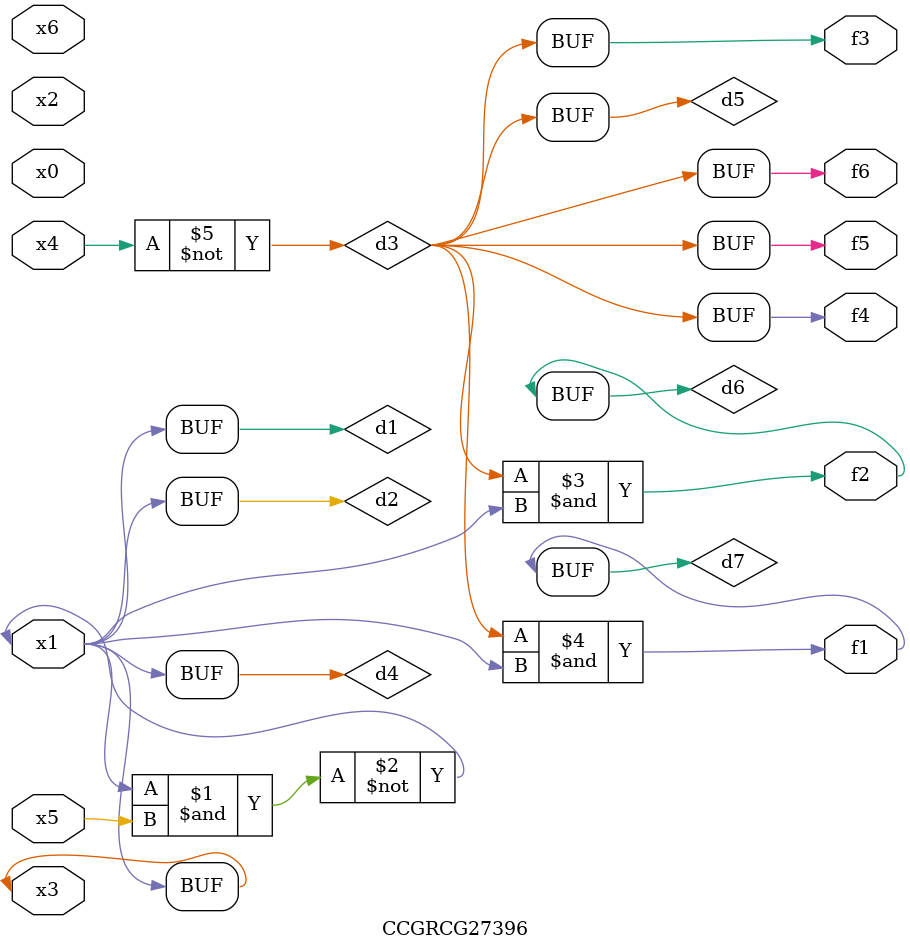
<source format=v>
module CCGRCG27396(
	input x0, x1, x2, x3, x4, x5, x6,
	output f1, f2, f3, f4, f5, f6
);

	wire d1, d2, d3, d4, d5, d6, d7;

	buf (d1, x1, x3);
	nand (d2, x1, x5);
	not (d3, x4);
	buf (d4, d1, d2);
	buf (d5, d3);
	and (d6, d3, d4);
	and (d7, d3, d4);
	assign f1 = d7;
	assign f2 = d6;
	assign f3 = d5;
	assign f4 = d5;
	assign f5 = d5;
	assign f6 = d5;
endmodule

</source>
